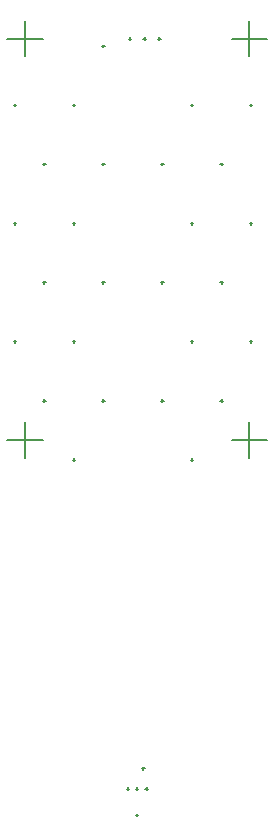
<source format=gbr>
%TF.GenerationSoftware,Altium Limited,Altium Designer,23.3.1 (30)*%
G04 Layer_Color=128*
%FSLAX26Y26*%
%MOIN*%
%TF.SameCoordinates,8EB50123-24BD-4293-BAC2-458A60E0733E*%
%TF.FilePolarity,Positive*%
%TF.FileFunction,Drillmap*%
%TF.Part,Single*%
G01*
G75*
%TA.AperFunction,NonConductor*%
%ADD37C,0.005000*%
D37*
X314961Y1220472D02*
X433071D01*
X374016Y1161417D02*
Y1279527D01*
X-433071Y1220472D02*
X-314961D01*
X-374016Y1161417D02*
Y1279527D01*
X314961Y2559055D02*
X433071D01*
X374016Y2500000D02*
Y2618110D01*
X-433071Y2559055D02*
X-314961D01*
X-374016Y2500000D02*
Y2618110D01*
X27559Y59055D02*
X35433D01*
X31496Y55118D02*
Y62992D01*
X-3937Y59055D02*
X3937D01*
X0Y55118D02*
Y62992D01*
X16496Y125984D02*
X24370D01*
X20433Y122047D02*
Y129921D01*
X-116653Y1746260D02*
X-108779D01*
X-112716Y1742323D02*
Y1750197D01*
X-116653Y2139961D02*
X-108779D01*
X-112716Y2136024D02*
Y2143898D01*
X375473Y1943110D02*
X383347D01*
X379410Y1939173D02*
Y1947047D01*
X178622Y2336811D02*
X186496D01*
X182559Y2332874D02*
Y2340748D01*
X-313504Y1352559D02*
X-305630D01*
X-309567Y1348622D02*
Y1356496D01*
X-411929Y2336811D02*
X-404055D01*
X-407992Y2332874D02*
Y2340748D01*
X-215079Y2336811D02*
X-207205D01*
X-211142Y2332874D02*
Y2340748D01*
X-411929Y1549410D02*
X-404055D01*
X-407992Y1545473D02*
Y1553347D01*
X-313504Y1746260D02*
X-305630D01*
X-309567Y1742323D02*
Y1750197D01*
X-313504Y2139961D02*
X-305630D01*
X-309567Y2136024D02*
Y2143898D01*
X-215079Y1549410D02*
X-207205D01*
X-211142Y1545473D02*
Y1553347D01*
X-411929Y1943110D02*
X-404055D01*
X-407992Y1939173D02*
Y1947047D01*
X-116653Y2533662D02*
X-108779D01*
X-112716Y2529725D02*
Y2537599D01*
X80197Y1746260D02*
X88071D01*
X84134Y1742323D02*
Y1750197D01*
X-215079Y1155709D02*
X-207205D01*
X-211142Y1151772D02*
Y1159646D01*
X-215079Y1943110D02*
X-207205D01*
X-211142Y1939173D02*
Y1947047D01*
X375473Y2336811D02*
X383347D01*
X379410Y2332874D02*
Y2340748D01*
X80197Y1352559D02*
X88071D01*
X84134Y1348622D02*
Y1356496D01*
X277047Y1746260D02*
X284921D01*
X280984Y1742323D02*
Y1750197D01*
X178622Y1155709D02*
X186496D01*
X182559Y1151772D02*
Y1159646D01*
X178622Y1549410D02*
X186496D01*
X182559Y1545473D02*
Y1553347D01*
X178622Y1943110D02*
X186496D01*
X182559Y1939173D02*
Y1947047D01*
X80197Y2139961D02*
X88071D01*
X84134Y2136024D02*
Y2143898D01*
X-116653Y1352559D02*
X-108779D01*
X-112716Y1348622D02*
Y1356496D01*
X277047Y1352559D02*
X284921D01*
X280984Y1348622D02*
Y1356496D01*
X277047Y2139961D02*
X284921D01*
X280984Y2136024D02*
Y2143898D01*
X375473Y1549410D02*
X383347D01*
X379410Y1545473D02*
Y1553347D01*
X69882Y2559055D02*
X77756D01*
X73819Y2555118D02*
Y2562992D01*
X20669Y2559055D02*
X28543D01*
X24606Y2555118D02*
Y2562992D01*
X-28543Y2559055D02*
X-20669D01*
X-24606Y2555118D02*
Y2562992D01*
X-35433Y59055D02*
X-27559D01*
X-31496Y55118D02*
Y62992D01*
X-3937Y-29528D02*
X3937D01*
X0Y-33465D02*
Y-25591D01*
%TF.MD5,a2129a61b1fc7fc2cdc8a93c8567e2c1*%
M02*

</source>
